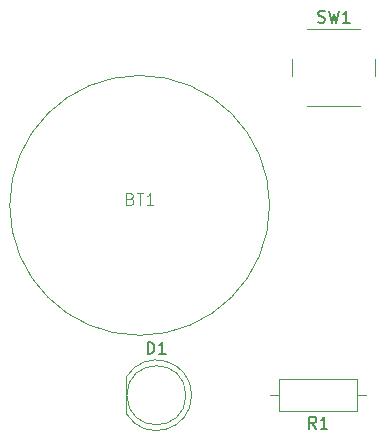
<source format=gbr>
%TF.GenerationSoftware,KiCad,Pcbnew,9.0.6*%
%TF.CreationDate,2025-11-19T14:38:16-07:00*%
%TF.ProjectId,PCB card,50434220-6361-4726-942e-6b696361645f,rev?*%
%TF.SameCoordinates,Original*%
%TF.FileFunction,Legend,Top*%
%TF.FilePolarity,Positive*%
%FSLAX46Y46*%
G04 Gerber Fmt 4.6, Leading zero omitted, Abs format (unit mm)*
G04 Created by KiCad (PCBNEW 9.0.6) date 2025-11-19 14:38:16*
%MOMM*%
%LPD*%
G01*
G04 APERTURE LIST*
%ADD10C,0.150000*%
%ADD11C,0.100000*%
%ADD12C,0.120000*%
G04 APERTURE END LIST*
D10*
X81101667Y-55482200D02*
X81244524Y-55529819D01*
X81244524Y-55529819D02*
X81482619Y-55529819D01*
X81482619Y-55529819D02*
X81577857Y-55482200D01*
X81577857Y-55482200D02*
X81625476Y-55434580D01*
X81625476Y-55434580D02*
X81673095Y-55339342D01*
X81673095Y-55339342D02*
X81673095Y-55244104D01*
X81673095Y-55244104D02*
X81625476Y-55148866D01*
X81625476Y-55148866D02*
X81577857Y-55101247D01*
X81577857Y-55101247D02*
X81482619Y-55053628D01*
X81482619Y-55053628D02*
X81292143Y-55006009D01*
X81292143Y-55006009D02*
X81196905Y-54958390D01*
X81196905Y-54958390D02*
X81149286Y-54910771D01*
X81149286Y-54910771D02*
X81101667Y-54815533D01*
X81101667Y-54815533D02*
X81101667Y-54720295D01*
X81101667Y-54720295D02*
X81149286Y-54625057D01*
X81149286Y-54625057D02*
X81196905Y-54577438D01*
X81196905Y-54577438D02*
X81292143Y-54529819D01*
X81292143Y-54529819D02*
X81530238Y-54529819D01*
X81530238Y-54529819D02*
X81673095Y-54577438D01*
X82006429Y-54529819D02*
X82244524Y-55529819D01*
X82244524Y-55529819D02*
X82435000Y-54815533D01*
X82435000Y-54815533D02*
X82625476Y-55529819D01*
X82625476Y-55529819D02*
X82863572Y-54529819D01*
X83768333Y-55529819D02*
X83196905Y-55529819D01*
X83482619Y-55529819D02*
X83482619Y-54529819D01*
X83482619Y-54529819D02*
X83387381Y-54672676D01*
X83387381Y-54672676D02*
X83292143Y-54767914D01*
X83292143Y-54767914D02*
X83196905Y-54815533D01*
X80938333Y-89899819D02*
X80605000Y-89423628D01*
X80366905Y-89899819D02*
X80366905Y-88899819D01*
X80366905Y-88899819D02*
X80747857Y-88899819D01*
X80747857Y-88899819D02*
X80843095Y-88947438D01*
X80843095Y-88947438D02*
X80890714Y-88995057D01*
X80890714Y-88995057D02*
X80938333Y-89090295D01*
X80938333Y-89090295D02*
X80938333Y-89233152D01*
X80938333Y-89233152D02*
X80890714Y-89328390D01*
X80890714Y-89328390D02*
X80843095Y-89376009D01*
X80843095Y-89376009D02*
X80747857Y-89423628D01*
X80747857Y-89423628D02*
X80366905Y-89423628D01*
X81890714Y-89899819D02*
X81319286Y-89899819D01*
X81605000Y-89899819D02*
X81605000Y-88899819D01*
X81605000Y-88899819D02*
X81509762Y-89042676D01*
X81509762Y-89042676D02*
X81414524Y-89137914D01*
X81414524Y-89137914D02*
X81319286Y-89185533D01*
X66676905Y-83569819D02*
X66676905Y-82569819D01*
X66676905Y-82569819D02*
X66915000Y-82569819D01*
X66915000Y-82569819D02*
X67057857Y-82617438D01*
X67057857Y-82617438D02*
X67153095Y-82712676D01*
X67153095Y-82712676D02*
X67200714Y-82807914D01*
X67200714Y-82807914D02*
X67248333Y-82998390D01*
X67248333Y-82998390D02*
X67248333Y-83141247D01*
X67248333Y-83141247D02*
X67200714Y-83331723D01*
X67200714Y-83331723D02*
X67153095Y-83426961D01*
X67153095Y-83426961D02*
X67057857Y-83522200D01*
X67057857Y-83522200D02*
X66915000Y-83569819D01*
X66915000Y-83569819D02*
X66676905Y-83569819D01*
X68200714Y-83569819D02*
X67629286Y-83569819D01*
X67915000Y-83569819D02*
X67915000Y-82569819D01*
X67915000Y-82569819D02*
X67819762Y-82712676D01*
X67819762Y-82712676D02*
X67724524Y-82807914D01*
X67724524Y-82807914D02*
X67629286Y-82855533D01*
D11*
X65214285Y-70433609D02*
X65357142Y-70481228D01*
X65357142Y-70481228D02*
X65404761Y-70528847D01*
X65404761Y-70528847D02*
X65452380Y-70624085D01*
X65452380Y-70624085D02*
X65452380Y-70766942D01*
X65452380Y-70766942D02*
X65404761Y-70862180D01*
X65404761Y-70862180D02*
X65357142Y-70909800D01*
X65357142Y-70909800D02*
X65261904Y-70957419D01*
X65261904Y-70957419D02*
X64880952Y-70957419D01*
X64880952Y-70957419D02*
X64880952Y-69957419D01*
X64880952Y-69957419D02*
X65214285Y-69957419D01*
X65214285Y-69957419D02*
X65309523Y-70005038D01*
X65309523Y-70005038D02*
X65357142Y-70052657D01*
X65357142Y-70052657D02*
X65404761Y-70147895D01*
X65404761Y-70147895D02*
X65404761Y-70243133D01*
X65404761Y-70243133D02*
X65357142Y-70338371D01*
X65357142Y-70338371D02*
X65309523Y-70385990D01*
X65309523Y-70385990D02*
X65214285Y-70433609D01*
X65214285Y-70433609D02*
X64880952Y-70433609D01*
X65738095Y-69957419D02*
X66309523Y-69957419D01*
X66023809Y-70957419D02*
X66023809Y-69957419D01*
X67166666Y-70957419D02*
X66595238Y-70957419D01*
X66880952Y-70957419D02*
X66880952Y-69957419D01*
X66880952Y-69957419D02*
X66785714Y-70100276D01*
X66785714Y-70100276D02*
X66690476Y-70195514D01*
X66690476Y-70195514D02*
X66595238Y-70243133D01*
D12*
%TO.C,SW1*%
X78935000Y-58575000D02*
X78935000Y-60075000D01*
X80185000Y-62575000D02*
X84685000Y-62575000D01*
X84685000Y-56075000D02*
X80185000Y-56075000D01*
X85935000Y-60075000D02*
X85935000Y-58575000D01*
%TO.C,R1*%
X85145000Y-87075000D02*
X84375000Y-87075000D01*
X77065000Y-87075000D02*
X77835000Y-87075000D01*
X84375000Y-88445000D02*
X77835000Y-88445000D01*
X77835000Y-85705000D01*
X84375000Y-85705000D01*
X84375000Y-88445000D01*
%TO.C,D1*%
X64855000Y-85530000D02*
X64855000Y-88620000D01*
X64855000Y-85530170D02*
G75*
G02*
X70405000Y-87075000I2560000J-1544830D01*
G01*
X70405000Y-87075000D02*
G75*
G02*
X64855000Y-88619830I-2990000J0D01*
G01*
X69915000Y-87075000D02*
G75*
G02*
X64915000Y-87075000I-2500000J0D01*
G01*
X64915000Y-87075000D02*
G75*
G02*
X69915000Y-87075000I2500000J0D01*
G01*
D11*
%TO.C,BT1*%
X77000000Y-71000000D02*
G75*
G02*
X55000000Y-71000000I-11000000J0D01*
G01*
X55000000Y-71000000D02*
G75*
G02*
X77000000Y-71000000I11000000J0D01*
G01*
%TD*%
M02*

</source>
